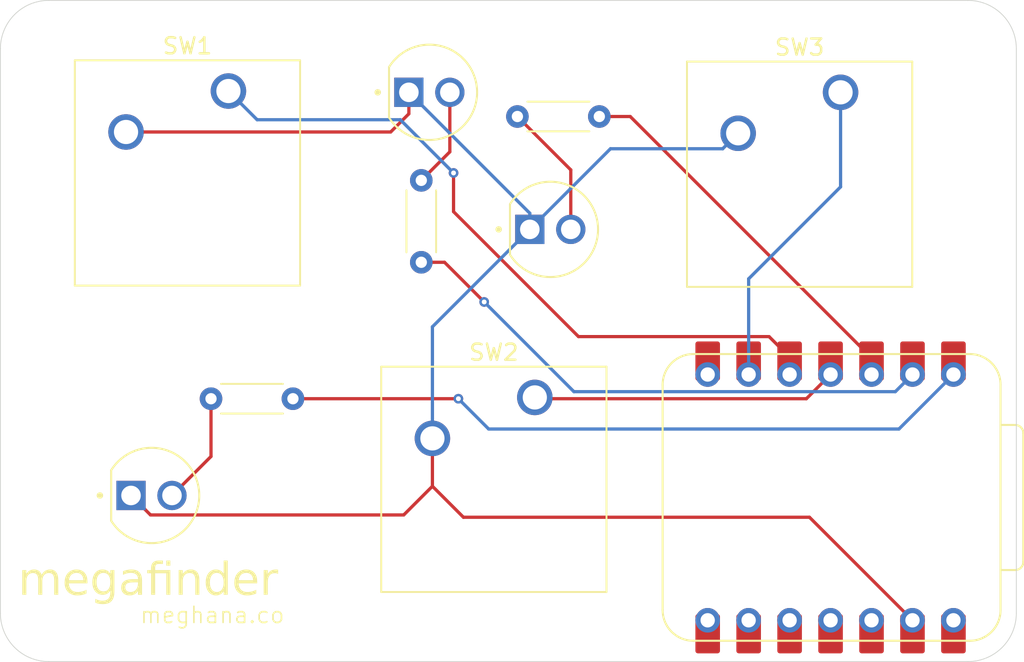
<source format=kicad_pcb>
(kicad_pcb (version 20241229) (generator "pcbnew") (generator_version "9.0")
  (layers (0 "F.Cu" signal) (2 "B.Cu" signal) (13 "F.Paste" user) (15 "B.Paste" user) (5 "F.SilkS" user "F.Silkscreen") (7 "B.SilkS" user "B.Silkscreen") (1 "F.Mask" user) (3 "B.Mask" user) (25 "Edge.Cuts" user))
  (net 0 "")
  (net 1 "Net-(D1-PadA)")
  (net 2 "GND")
  (net 3 "Net-(D2-PadA)")
  (net 4 "Net-(D3-PadA)")
  (net 5 "LED1")
  (net 6 "LED2")
  (net 7 "LED3")
  (net 8 "SW1")
  (net 9 "SW2")
  (net 10 "SW3")
  (footprint "Button_Switch_Keyboard:SW_Cherry_MX_1.00u_PCB" (layer "F.Cu") (at 180 64.5)
    (property "Reference" "SW3" (at -2.54 -2.794 0) (layer "F.SilkS"))
    (property "Value" "SW_Push")
    (fp_line (start -9.525 -1.905) (end 4.445 -1.905) (stroke (width 0.12)) (layer "F.SilkS"))
    (fp_line (start -9.525 12.065) (end -9.525 -1.905) (stroke (width 0.12)) (layer "F.SilkS"))
    (fp_line (start 4.445 -1.905) (end 4.445 12.065) (stroke (width 0.12)) (layer "F.SilkS"))
    (fp_line (start 4.445 12.065) (end -9.525 12.065) (stroke (width 0.12)) (layer "F.SilkS"))
    (pad "" np_thru_hole circle (at -7.62 5.08) (size 1.7 1.7) (drill 1.7) (layers "*.Cu" "*.Mask"))
    (pad "" np_thru_hole circle (at -2.54 5.08) (size 4 4) (drill 4) (layers "*.Cu" "*.Mask"))
    (pad "" np_thru_hole circle (at 2.54 5.08) (size 1.7 1.7) (drill 1.7) (layers "*.Cu" "*.Mask"))
    (pad "1" thru_hole circle (at 0 0) (size 2.2 2.2) (drill 1.5) (layers "*.Cu" "*.Mask") (net 10 "SW3"))
    (pad "2" thru_hole circle (at -6.35 2.54) (size 2.2 2.2) (drill 1.5) (layers "*.Cu" "*.Mask") (net 2 "GND"))
  )
  (footprint "footprints:LEDRD254W57D500H1070" (layer "F.Cu") (at 162 73)
    (property "Reference" "D3" (hide yes))
    (property "Value" "L08R5000Q1")
    (fp_line (start -2.5 -1.566) (end -2.5 1.566) (stroke (width 0.127)) (layer "F.SilkS"))
    (fp_arc (start -2.5 -1.566) (mid 2.961291 0) (end -2.5 1.566) (stroke (width 0.127)) (layer "F.SilkS"))
    (fp_circle (center -3.2 0) (end -3.1 0) (stroke (width 0.2)) (fill no) (layer "F.SilkS"))
    (pad "A" thru_hole circle (at 1.27 0) (size 1.815 1.815) (drill 1.21) (layers "*.Cu" "*.Mask") (net 4 "Net-(D3-PadA)"))
    (pad "C" thru_hole rect (at -1.27 0) (size 1.815 1.815) (drill 1.21) (layers "*.Cu" "*.Mask") (net 2 "GND"))
  )
  (footprint "Resistor_THT:R_Axial_DIN0204_L3.6mm_D1.6mm_P5.08mm_Horizontal" (layer "F.Cu") (at 140.96 83.5)
    (property "Reference" "R2" (hide yes))
    (property "Value" "R")
    (fp_line (start 0.62 -0.92) (end 4.46 -0.92) (stroke (width 0.12)) (layer "F.SilkS"))
    (fp_line (start 0.62 0.92) (end 4.46 0.92) (stroke (width 0.12)) (layer "F.SilkS"))
    (pad "1" thru_hole circle (at 0 0) (size 1.4 1.4) (drill 0.7) (layers "*.Cu" "*.Mask") (net 1 "Net-(D1-PadA)"))
    (pad "2" thru_hole oval (at 5.08 0) (size 1.4 1.4) (drill 0.7) (layers "*.Cu" "*.Mask") (net 5 "LED1"))
  )
  (footprint "Resistor_THT:R_Axial_DIN0204_L3.6mm_D1.6mm_P5.08mm_Horizontal" (layer "F.Cu") (at 159.96 66)
    (property "Reference" "R4" (hide yes))
    (property "Value" "R")
    (fp_line (start 0.62 -0.92) (end 4.46 -0.92) (stroke (width 0.12)) (layer "F.SilkS"))
    (fp_line (start 0.62 0.92) (end 4.46 0.92) (stroke (width 0.12)) (layer "F.SilkS"))
    (pad "1" thru_hole circle (at 0 0) (size 1.4 1.4) (drill 0.7) (layers "*.Cu" "*.Mask") (net 4 "Net-(D3-PadA)"))
    (pad "2" thru_hole oval (at 5.08 0) (size 1.4 1.4) (drill 0.7) (layers "*.Cu" "*.Mask") (net 7 "LED3"))
  )
  (footprint "Resistor_THT:R_Axial_DIN0204_L3.6mm_D1.6mm_P5.08mm_Horizontal" (layer "F.Cu") (at 154 69.96 -90)
    (property "Reference" "R3" (hide yes))
    (property "Value" "R")
    (fp_line (start 0.62 0.92) (end 4.46 0.92) (stroke (width 0.12)) (layer "F.SilkS"))
    (fp_line (start 0.62 -0.92) (end 4.46 -0.92) (stroke (width 0.12)) (layer "F.SilkS"))
    (pad "1" thru_hole circle (at 0 0 270) (size 1.4 1.4) (drill 0.7) (layers "*.Cu" "*.Mask") (net 3 "Net-(D2-PadA)"))
    (pad "2" thru_hole oval (at 5.08 0 270) (size 1.4 1.4) (drill 0.7) (layers "*.Cu" "*.Mask") (net 6 "LED2"))
  )
  (footprint "Button_Switch_Keyboard:SW_Cherry_MX_1.00u_PCB" (layer "F.Cu") (at 142.04 64.42)
    (property "Reference" "SW1" (at -2.54 -2.794 0) (layer "F.SilkS"))
    (property "Value" "SW_Push")
    (fp_line (start -9.525 -1.905) (end 4.445 -1.905) (stroke (width 0.12)) (layer "F.SilkS"))
    (fp_line (start -9.525 12.065) (end -9.525 -1.905) (stroke (width 0.12)) (layer "F.SilkS"))
    (fp_line (start 4.445 -1.905) (end 4.445 12.065) (stroke (width 0.12)) (layer "F.SilkS"))
    (fp_line (start 4.445 12.065) (end -9.525 12.065) (stroke (width 0.12)) (layer "F.SilkS"))
    (pad "" np_thru_hole circle (at -7.62 5.08) (size 1.7 1.7) (drill 1.7) (layers "*.Cu" "*.Mask"))
    (pad "" np_thru_hole circle (at -2.54 5.08) (size 4 4) (drill 4) (layers "*.Cu" "*.Mask"))
    (pad "" np_thru_hole circle (at 2.54 5.08) (size 1.7 1.7) (drill 1.7) (layers "*.Cu" "*.Mask"))
    (pad "1" thru_hole circle (at 0 0) (size 2.2 2.2) (drill 1.5) (layers "*.Cu" "*.Mask") (net 8 "SW1"))
    (pad "2" thru_hole circle (at -6.35 2.54) (size 2.2 2.2) (drill 1.5) (layers "*.Cu" "*.Mask") (net 2 "GND"))
  )
  (footprint "Button_Switch_Keyboard:SW_Cherry_MX_1.00u_PCB" (layer "F.Cu") (at 161.04 83.42)
    (property "Reference" "SW2" (at -2.54 -2.794 0) (layer "F.SilkS"))
    (property "Value" "SW_Push")
    (fp_line (start -9.525 -1.905) (end 4.445 -1.905) (stroke (width 0.12)) (layer "F.SilkS"))
    (fp_line (start -9.525 12.065) (end -9.525 -1.905) (stroke (width 0.12)) (layer "F.SilkS"))
    (fp_line (start 4.445 -1.905) (end 4.445 12.065) (stroke (width 0.12)) (layer "F.SilkS"))
    (fp_line (start 4.445 12.065) (end -9.525 12.065) (stroke (width 0.12)) (layer "F.SilkS"))
    (pad "" np_thru_hole circle (at -7.62 5.08) (size 1.7 1.7) (drill 1.7) (layers "*.Cu" "*.Mask"))
    (pad "" np_thru_hole circle (at -2.54 5.08) (size 4 4) (drill 4) (layers "*.Cu" "*.Mask"))
    (pad "" np_thru_hole circle (at 2.54 5.08) (size 1.7 1.7) (drill 1.7) (layers "*.Cu" "*.Mask"))
    (pad "1" thru_hole circle (at 0 0) (size 2.2 2.2) (drill 1.5) (layers "*.Cu" "*.Mask") (net 9 "SW2"))
    (pad "2" thru_hole circle (at -6.35 2.54) (size 2.2 2.2) (drill 1.5) (layers "*.Cu" "*.Mask") (net 2 "GND"))
  )
  (footprint "footprints:LEDRD254W57D500H1070" (layer "F.Cu") (at 137.27 89.5)
    (property "Reference" "D1" (hide yes))
    (property "Value" "L08R5000Q1")
    (fp_line (start -2.5 -1.566) (end -2.5 1.566) (stroke (width 0.127)) (layer "F.SilkS"))
    (fp_arc (start -2.5 -1.566) (mid 2.961291 0) (end -2.5 1.566) (stroke (width 0.127)) (layer "F.SilkS"))
    (fp_circle (center -3.2 0) (end -3.1 0) (stroke (width 0.2)) (fill no) (layer "F.SilkS"))
    (pad "A" thru_hole circle (at 1.27 0) (size 1.815 1.815) (drill 1.21) (layers "*.Cu" "*.Mask") (net 1 "Net-(D1-PadA)"))
    (pad "C" thru_hole rect (at -1.27 0) (size 1.815 1.815) (drill 1.21) (layers "*.Cu" "*.Mask") (net 2 "GND"))
  )
  (footprint "footprints:LEDRD254W57D500H1070" (layer "F.Cu") (at 154.5 64.5)
    (property "Reference" "D2" (hide yes))
    (property "Value" "L08R5000Q1")
    (fp_line (start -2.5 -1.566) (end -2.5 1.566) (stroke (width 0.127)) (layer "F.SilkS"))
    (fp_arc (start -2.5 -1.566) (mid 2.961291 0) (end -2.5 1.566) (stroke (width 0.127)) (layer "F.SilkS"))
    (fp_circle (center -3.2 0) (end -3.1 0) (stroke (width 0.2)) (fill no) (layer "F.SilkS"))
    (pad "A" thru_hole circle (at 1.27 0) (size 1.815 1.815) (drill 1.21) (layers "*.Cu" "*.Mask") (net 3 "Net-(D2-PadA)"))
    (pad "C" thru_hole rect (at -1.27 0) (size 1.815 1.815) (drill 1.21) (layers "*.Cu" "*.Mask") (net 2 "GND"))
  )
  (footprint "footprints:XIAO-RP2040-DIP" (layer "F.Cu") (at 179.38 89.62 -90)
    (property "Reference" "U1" (hide yes))
    (property "Value" "XIAO-RP2040-DIP")
    (fp_line (start -6.985 10.414) (end 6.985 10.414) (stroke (width 0.127)) (layer "F.SilkS"))
    (fp_line (start -8.89 8.509) (end -8.89 -8.636) (stroke (width 0.127)) (layer "F.SilkS"))
    (fp_line (start 8.89 8.509) (end 8.89 -8.636) (stroke (width 0.127)) (layer "F.SilkS"))
    (fp_line (start -4.495 -10.541) (end -4.491272 -11.451272) (stroke (width 0.127)) (layer "F.SilkS"))
    (fp_line (start 6.985 -10.541) (end -6.985 -10.541) (stroke (width 0.1)) (layer "F.SilkS"))
    (fp_line (start 6.985 -10.541) (end -6.985 -10.541) (stroke (width 0.127)) (layer "F.SilkS"))
    (fp_line (start 4.504 -11.451) (end 4.504 -10.541) (stroke (width 0.127)) (layer "F.SilkS"))
    (fp_line (start -3.991272 -11.951) (end 4.004 -11.951) (stroke (width 0.127)) (layer "F.SilkS"))
    (fp_arc (start -6.985 10.414) (mid -8.332038 9.856038) (end -8.89 8.509) (stroke (width 0.127)) (layer "F.SilkS"))
    (fp_arc (start 8.89 8.509) (mid 8.332038 9.856038) (end 6.985 10.414) (stroke (width 0.127)) (layer "F.SilkS"))
    (fp_arc (start -8.89 -8.636) (mid -8.332038 -9.983038) (end -6.985 -10.541) (stroke (width 0.127)) (layer "F.SilkS"))
    (fp_arc (start 6.985 -10.541) (mid 8.332038 -9.983038) (end 8.89 -8.636) (stroke (width 0.127)) (layer "F.SilkS"))
    (fp_arc (start -4.491272 -11.451272) (mid -4.344728 -11.80464) (end -3.991272 -11.951) (stroke (width 0.127)) (layer "F.SilkS"))
    (fp_arc (start 4.004 -11.951) (mid 4.357553 -11.804553) (end 4.504 -11.451) (stroke (width 0.127)) (layer "F.SilkS"))
    (pad "1" smd roundrect (at -8.455 -7.62 90) (size 2.432 1.524) (layers "F.Cu" "F.Mask") (roundrect_rratio 0.1) (net 5 "LED1"))
    (pad "1" thru_hole circle (at -7.62 -7.62 90) (size 1.524 1.524) (drill 0.889) (layers "*.Cu" "*.Mask") (net 5 "LED1"))
    (pad "2" smd roundrect (at -8.455 -5.08 90) (size 2.432 1.524) (layers "F.Cu" "F.Mask") (roundrect_rratio 0.1) (net 6 "LED2"))
    (pad "2" thru_hole circle (at -7.62 -5.08 90) (size 1.524 1.524) (drill 0.889) (layers "*.Cu" "*.Mask") (net 6 "LED2"))
    (pad "3" smd roundrect (at -8.455 -2.54 90) (size 2.432 1.524) (layers "F.Cu" "F.Mask") (roundrect_rratio 0.1) (net 7 "LED3"))
    (pad "3" thru_hole circle (at -7.62 -2.54 90) (size 1.524 1.524) (drill 0.889) (layers "*.Cu" "*.Mask") (net 7 "LED3"))
    (pad "4" smd roundrect (at -8.455 0 90) (size 2.432 1.524) (layers "F.Cu" "F.Mask") (roundrect_rratio 0.1) (net 9 "SW2"))
    (pad "4" thru_hole circle (at -7.62 0 90) (size 1.524 1.524) (drill 0.889) (layers "*.Cu" "*.Mask") (net 9 "SW2"))
    (pad "5" smd roundrect (at -8.455 2.54 90) (size 2.432 1.524) (layers "F.Cu" "F.Mask") (roundrect_rratio 0.1) (net 8 "SW1"))
    (pad "5" thru_hole circle (at -7.62 2.54 90) (size 1.524 1.524) (drill 0.889) (layers "*.Cu" "*.Mask") (net 8 "SW1"))
    (pad "6" smd roundrect (at -8.455 5.08 90) (size 2.432 1.524) (layers "F.Cu" "F.Mask") (roundrect_rratio 0.1) (net 10 "SW3"))
    (pad "6" thru_hole circle (at -7.62 5.08 90) (size 1.524 1.524) (drill 0.889) (layers "*.Cu" "*.Mask") (net 10 "SW3"))
    (pad "7" smd roundrect (at -8.455 7.62 90) (size 2.432 1.524) (layers "F.Cu" "F.Mask") (roundrect_rratio 0.1))
    (pad "7" thru_hole circle (at -7.62 7.62 90) (size 1.524 1.524) (drill 0.889) (layers "*.Cu" "*.Mask"))
    (pad "8" thru_hole circle (at 7.62 7.62 270) (size 1.524 1.524) (drill 0.889) (layers "*.Cu" "*.Mask"))
    (pad "8" smd roundrect (at 8.455 7.62 270) (size 2.432 1.524) (layers "F.Cu" "F.Mask") (roundrect_rratio 0.1))
    (pad "9" thru_hole circle (at 7.62 5.08 270) (size 1.524 1.524) (drill 0.889) (layers "*.Cu" "*.Mask"))
    (pad "9" smd roundrect (at 8.455 5.08 270) (size 2.432 1.524) (layers "F.Cu" "F.Mask") (roundrect_rratio 0.1))
    (pad "10" thru_hole circle (at 7.62 2.54 270) (size 1.524 1.524) (drill 0.889) (layers "*.Cu" "*.Mask"))
    (pad "10" smd roundrect (at 8.455 2.54 270) (size 2.432 1.524) (layers "F.Cu" "F.Mask") (roundrect_rratio 0.1))
    (pad "11" thru_hole circle (at 7.62 0 270) (size 1.524 1.524) (drill 0.889) (layers "*.Cu" "*.Mask"))
    (pad "11" smd roundrect (at 8.455 0 270) (size 2.432 1.524) (layers "F.Cu" "F.Mask") (roundrect_rratio 0.1))
    (pad "12" thru_hole circle (at 7.62 -2.54 270) (size 1.524 1.524) (drill 0.889) (layers "*.Cu" "*.Mask"))
    (pad "12" smd roundrect (at 8.455 -2.54 270) (size 2.432 1.524) (layers "F.Cu" "F.Mask") (roundrect_rratio 0.1))
    (pad "13" thru_hole circle (at 7.62 -5.08 270) (size 1.524 1.524) (drill 0.889) (layers "*.Cu" "*.Mask") (net 2 "GND"))
    (pad "13" smd roundrect (at 8.455 -5.08 270) (size 2.432 1.524) (layers "F.Cu" "F.Mask") (roundrect_rratio 0.1) (net 2 "GND"))
    (pad "14" thru_hole circle (at 7.62 -7.62 270) (size 1.524 1.524) (drill 0.889) (layers "*.Cu" "*.Mask"))
    (pad "14" smd roundrect (at 8.455 -7.62 270) (size 2.432 1.524) (layers "F.Cu" "F.Mask") (roundrect_rratio 0.1))
  )
  (gr_arc (start 190.9 96.8) (mid 190.02132 98.92132) (end 187.9 99.8) (stroke (width 0.05)) (layer "Edge.Cuts"))
  (gr_line (start 190.9 61.8) (end 190.9 96.8) (stroke (width 0.05)) (layer "Edge.Cuts"))
  (gr_arc (start 127.9 61.8) (mid 128.77868 59.67868) (end 130.9 58.8) (stroke (width 0.05)) (layer "Edge.Cuts"))
  (gr_line (start 187.9 99.8) (end 130.9 99.8) (stroke (width 0.05)) (layer "Edge.Cuts"))
  (gr_arc (start 187.9 58.8) (mid 190.02132 59.67868) (end 190.9 61.8) (stroke (width 0.05)) (layer "Edge.Cuts"))
  (gr_arc (start 130.9 99.8) (mid 128.77868 98.92132) (end 127.9 96.8) (stroke (width 0.05)) (layer "Edge.Cuts"))
  (gr_line (start 127.9 96.8) (end 127.9 61.8) (stroke (width 0.05)) (layer "Edge.Cuts"))
  (gr_line (start 130.9 58.8) (end 187.9 58.8) (stroke (width 0.05)) (layer "Edge.Cuts"))
  (gr_text "megafinder" (at 129 96 0) (layer "F.SilkS") (effects (font (size 2 2) (thickness 0.1)) (justify left bottom)))
  (gr_text "meghana.co" (at 136.5 97.5 0) (layer "F.SilkS") (effects (font (size 1 1) (thickness 0.1)) (justify left bottom)))
  (segment (start 140.96 83.5) (end 140.96 87.08) (width 0.2) (layer "F.Cu") (net 1))
  (segment (start 140.96 87.08) (end 138.54 89.5) (width 0.2) (layer "F.Cu") (net 1))
  (segment (start 154.69 88.92847) (end 154.69 85.96) (width 0.2) (layer "F.Cu") (net 2))
  (segment (start 184.46 97.24) (end 178.071 90.851) (width 0.2) (layer "F.Cu") (net 2))
  (segment (start 153.23 65.8315) (end 153.23 64.5) (width 0.2) (layer "F.Cu") (net 2))
  (segment (start 135.69 66.96) (end 152.1015 66.96) (width 0.2) (layer "F.Cu") (net 2))
  (segment (start 156.61253 90.851) (end 154.69 88.92847) (width 0.2) (layer "F.Cu") (net 2))
  (segment (start 136 89.5) (end 137.2085 90.7085) (width 0.2) (layer "F.Cu") (net 2))
  (segment (start 137.2085 90.7085) (end 152.90997 90.7085) (width 0.2) (layer "F.Cu") (net 2))
  (segment (start 178.071 90.851) (end 156.61253 90.851) (width 0.2) (layer "F.Cu") (net 2))
  (segment (start 152.90997 90.7085) (end 154.69 88.92847) (width 0.2) (layer "F.Cu") (net 2))
  (segment (start 152.1015 66.96) (end 153.23 65.8315) (width 0.2) (layer "F.Cu") (net 2))
  (segment (start 172.69 68) (end 165.73 68) (width 0.2) (layer "B.Cu") (net 2))
  (segment (start 173.65 67.04) (end 172.69 68) (width 0.2) (layer "B.Cu") (net 2))
  (segment (start 160.73 72) (end 153.23 64.5) (width 0.2) (layer "B.Cu") (net 2))
  (segment (start 154.69 85.96) (end 154.69 79.04) (width 0.2) (layer "B.Cu") (net 2))
  (segment (start 165.73 68) (end 160.73 73) (width 0.2) (layer "B.Cu") (net 2))
  (segment (start 154.69 79.04) (end 160.73 73) (width 0.2) (layer "B.Cu") (net 2))
  (segment (start 160.73 73) (end 160.73 72) (width 0.2) (layer "B.Cu") (net 2))
  (segment (start 155.77 64.5) (end 155.77 68.19) (width 0.2) (layer "F.Cu") (net 3))
  (segment (start 155.77 68.19) (end 154 69.96) (width 0.2) (layer "F.Cu") (net 3))
  (segment (start 163.27 73) (end 163.27 69.31) (width 0.2) (layer "F.Cu") (net 4))
  (segment (start 163.27 69.31) (end 159.96 66) (width 0.2) (layer "F.Cu") (net 4))
  (segment (start 156.3 83.5) (end 146.04 83.5) (width 0.2) (layer "F.Cu") (net 5))
  (via (at 156.3 83.5) (size 0.6) (drill 0.3) (layers "F.Cu" "B.Cu") (net 5))
  (segment (start 187 82) (end 183.620314 85.379686) (width 0.2) (layer "B.Cu") (net 5))
  (segment (start 183.620314 85.379686) (end 158.179686 85.379686) (width 0.2) (layer "B.Cu") (net 5))
  (segment (start 158.179686 85.379686) (end 156.3 83.5) (width 0.2) (layer "B.Cu") (net 5))
  (segment (start 157.9 77.5) (end 155.44 75.04) (width 0.2) (layer "F.Cu") (net 6))
  (segment (start 155.44 75.04) (end 154 75.04) (width 0.2) (layer "F.Cu") (net 6))
  (via (at 157.9 77.5) (size 0.6) (drill 0.3) (layers "F.Cu" "B.Cu") (net 6))
  (segment (start 183.397 83.063) (end 163.463 83.063) (width 0.2) (layer "B.Cu") (net 6))
  (segment (start 184.46 82) (end 183.397 83.063) (width 0.2) (layer "B.Cu") (net 6))
  (segment (start 163.463 83.063) (end 157.9 77.5) (width 0.2) (layer "B.Cu") (net 6))
  (segment (start 165.04 66) (end 166.95669 66) (width 0.2) (layer "F.Cu") (net 7))
  (segment (start 181.92 80.96331) (end 181.92 82) (width 0.2) (layer "F.Cu") (net 7))
  (segment (start 166.95669 66) (end 181.92 80.96331) (width 0.2) (layer "F.Cu") (net 7))
  (segment (start 156 69.5) (end 156 71.9) (width 0.2) (layer "F.Cu") (net 8))
  (segment (start 176.84 80.92237) (end 176.84 82) (width 0.2) (layer "F.Cu") (net 8))
  (segment (start 175.56563 79.648) (end 176.84 80.92237) (width 0.2) (layer "F.Cu") (net 8))
  (segment (start 163.748 79.648) (end 175.56563 79.648) (width 0.2) (layer "F.Cu") (net 8))
  (segment (start 156 71.9) (end 163.748 79.648) (width 0.2) (layer "F.Cu") (net 8))
  (via (at 156 69.5) (size 0.6) (drill 0.3) (layers "F.Cu" "B.Cu") (net 8))
  (segment (start 152.7 66.2) (end 156 69.5) (width 0.2) (layer "B.Cu") (net 8))
  (segment (start 143.82 66.2) (end 152.7 66.2) (width 0.2) (layer "B.Cu") (net 8))
  (segment (start 142.04 64.42) (end 143.82 66.2) (width 0.2) (layer "B.Cu") (net 8))
  (segment (start 177.88 83.5) (end 179.38 82) (width 0.2) (layer "F.Cu") (net 9))
  (segment (start 161.12 83.5) (end 177.88 83.5) (width 0.2) (layer "F.Cu") (net 9))
  (segment (start 161.04 83.42) (end 161.12 83.5) (width 0.2) (layer "F.Cu") (net 9))
  (segment (start 174.3 76.064816) (end 174.3 82) (width 0.2) (layer "B.Cu") (net 10))
  (segment (start 180 70.364816) (end 174.3 76.064816) (width 0.2) (layer "B.Cu") (net 10))
  (segment (start 180 64.5) (end 180 70.364816) (width 0.2) (layer "B.Cu") (net 10))
)
</source>
